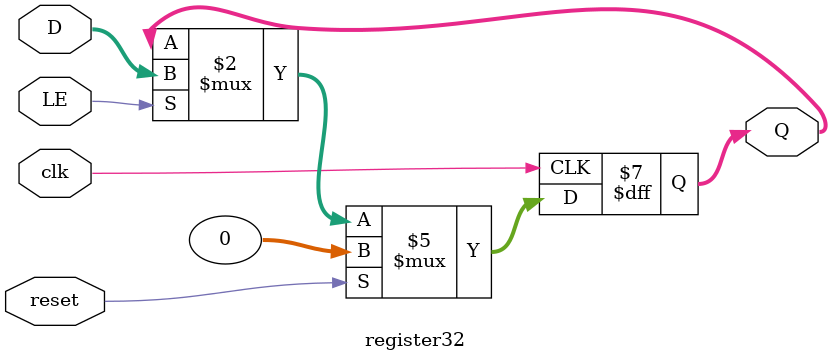
<source format=v>

module register32 (
    input  wire       clk,
    input  wire       reset,
    input  wire       LE,     // load enable
    input  wire [31:0] D,
    output reg  [31:0] Q
);

always @(posedge clk) begin
    if (reset)
        Q <= 32'b0;
    else if (LE)
        Q <= D;
end

endmodule

</source>
